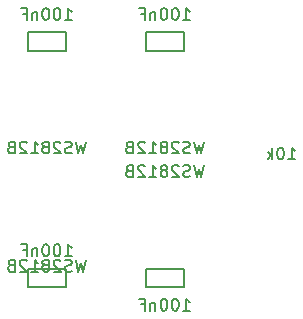
<source format=gbr>
G04 #@! TF.FileFunction,Other,Fab,Bot*
%FSLAX46Y46*%
G04 Gerber Fmt 4.6, Leading zero omitted, Abs format (unit mm)*
G04 Created by KiCad (PCBNEW 4.0.6) date 2017 May 11, Thursday 23:22:10*
%MOMM*%
%LPD*%
G01*
G04 APERTURE LIST*
%ADD10C,1.000000*%
%ADD11C,0.150000*%
G04 APERTURE END LIST*
D10*
D11*
X35467500Y-46132500D02*
X35467500Y-47732500D01*
X38667500Y-46132500D02*
X35467500Y-46132500D01*
X38667500Y-47732500D02*
X38667500Y-46132500D01*
X35467500Y-47732500D02*
X38667500Y-47732500D01*
X45467500Y-46132500D02*
X45467500Y-47732500D01*
X48667500Y-46132500D02*
X45467500Y-46132500D01*
X48667500Y-47732500D02*
X48667500Y-46132500D01*
X45467500Y-47732500D02*
X48667500Y-47732500D01*
X48667500Y-67732500D02*
X48667500Y-66132500D01*
X45467500Y-67732500D02*
X48667500Y-67732500D01*
X45467500Y-66132500D02*
X45467500Y-67732500D01*
X48667500Y-66132500D02*
X45467500Y-66132500D01*
X35467500Y-66132500D02*
X35467500Y-67732500D01*
X38667500Y-66132500D02*
X35467500Y-66132500D01*
X38667500Y-67732500D02*
X38667500Y-66132500D01*
X35467500Y-67732500D02*
X38667500Y-67732500D01*
X40377024Y-55384881D02*
X40138929Y-56384881D01*
X39948452Y-55670595D01*
X39757976Y-56384881D01*
X39519881Y-55384881D01*
X39186548Y-56337262D02*
X39043691Y-56384881D01*
X38805595Y-56384881D01*
X38710357Y-56337262D01*
X38662738Y-56289643D01*
X38615119Y-56194405D01*
X38615119Y-56099167D01*
X38662738Y-56003929D01*
X38710357Y-55956310D01*
X38805595Y-55908690D01*
X38996072Y-55861071D01*
X39091310Y-55813452D01*
X39138929Y-55765833D01*
X39186548Y-55670595D01*
X39186548Y-55575357D01*
X39138929Y-55480119D01*
X39091310Y-55432500D01*
X38996072Y-55384881D01*
X38757976Y-55384881D01*
X38615119Y-55432500D01*
X38234167Y-55480119D02*
X38186548Y-55432500D01*
X38091310Y-55384881D01*
X37853214Y-55384881D01*
X37757976Y-55432500D01*
X37710357Y-55480119D01*
X37662738Y-55575357D01*
X37662738Y-55670595D01*
X37710357Y-55813452D01*
X38281786Y-56384881D01*
X37662738Y-56384881D01*
X37091310Y-55813452D02*
X37186548Y-55765833D01*
X37234167Y-55718214D01*
X37281786Y-55622976D01*
X37281786Y-55575357D01*
X37234167Y-55480119D01*
X37186548Y-55432500D01*
X37091310Y-55384881D01*
X36900833Y-55384881D01*
X36805595Y-55432500D01*
X36757976Y-55480119D01*
X36710357Y-55575357D01*
X36710357Y-55622976D01*
X36757976Y-55718214D01*
X36805595Y-55765833D01*
X36900833Y-55813452D01*
X37091310Y-55813452D01*
X37186548Y-55861071D01*
X37234167Y-55908690D01*
X37281786Y-56003929D01*
X37281786Y-56194405D01*
X37234167Y-56289643D01*
X37186548Y-56337262D01*
X37091310Y-56384881D01*
X36900833Y-56384881D01*
X36805595Y-56337262D01*
X36757976Y-56289643D01*
X36710357Y-56194405D01*
X36710357Y-56003929D01*
X36757976Y-55908690D01*
X36805595Y-55861071D01*
X36900833Y-55813452D01*
X35757976Y-56384881D02*
X36329405Y-56384881D01*
X36043691Y-56384881D02*
X36043691Y-55384881D01*
X36138929Y-55527738D01*
X36234167Y-55622976D01*
X36329405Y-55670595D01*
X35377024Y-55480119D02*
X35329405Y-55432500D01*
X35234167Y-55384881D01*
X34996071Y-55384881D01*
X34900833Y-55432500D01*
X34853214Y-55480119D01*
X34805595Y-55575357D01*
X34805595Y-55670595D01*
X34853214Y-55813452D01*
X35424643Y-56384881D01*
X34805595Y-56384881D01*
X34043690Y-55861071D02*
X33900833Y-55908690D01*
X33853214Y-55956310D01*
X33805595Y-56051548D01*
X33805595Y-56194405D01*
X33853214Y-56289643D01*
X33900833Y-56337262D01*
X33996071Y-56384881D01*
X34377024Y-56384881D01*
X34377024Y-55384881D01*
X34043690Y-55384881D01*
X33948452Y-55432500D01*
X33900833Y-55480119D01*
X33853214Y-55575357D01*
X33853214Y-55670595D01*
X33900833Y-55765833D01*
X33948452Y-55813452D01*
X34043690Y-55861071D01*
X34377024Y-55861071D01*
X38615119Y-45084881D02*
X39186548Y-45084881D01*
X38900834Y-45084881D02*
X38900834Y-44084881D01*
X38996072Y-44227738D01*
X39091310Y-44322976D01*
X39186548Y-44370595D01*
X37996072Y-44084881D02*
X37900833Y-44084881D01*
X37805595Y-44132500D01*
X37757976Y-44180119D01*
X37710357Y-44275357D01*
X37662738Y-44465833D01*
X37662738Y-44703929D01*
X37710357Y-44894405D01*
X37757976Y-44989643D01*
X37805595Y-45037262D01*
X37900833Y-45084881D01*
X37996072Y-45084881D01*
X38091310Y-45037262D01*
X38138929Y-44989643D01*
X38186548Y-44894405D01*
X38234167Y-44703929D01*
X38234167Y-44465833D01*
X38186548Y-44275357D01*
X38138929Y-44180119D01*
X38091310Y-44132500D01*
X37996072Y-44084881D01*
X37043691Y-44084881D02*
X36948452Y-44084881D01*
X36853214Y-44132500D01*
X36805595Y-44180119D01*
X36757976Y-44275357D01*
X36710357Y-44465833D01*
X36710357Y-44703929D01*
X36757976Y-44894405D01*
X36805595Y-44989643D01*
X36853214Y-45037262D01*
X36948452Y-45084881D01*
X37043691Y-45084881D01*
X37138929Y-45037262D01*
X37186548Y-44989643D01*
X37234167Y-44894405D01*
X37281786Y-44703929D01*
X37281786Y-44465833D01*
X37234167Y-44275357D01*
X37186548Y-44180119D01*
X37138929Y-44132500D01*
X37043691Y-44084881D01*
X36281786Y-44418214D02*
X36281786Y-45084881D01*
X36281786Y-44513452D02*
X36234167Y-44465833D01*
X36138929Y-44418214D01*
X35996071Y-44418214D01*
X35900833Y-44465833D01*
X35853214Y-44561071D01*
X35853214Y-45084881D01*
X35043690Y-44561071D02*
X35377024Y-44561071D01*
X35377024Y-45084881D02*
X35377024Y-44084881D01*
X34900833Y-44084881D01*
X48615119Y-45084881D02*
X49186548Y-45084881D01*
X48900834Y-45084881D02*
X48900834Y-44084881D01*
X48996072Y-44227738D01*
X49091310Y-44322976D01*
X49186548Y-44370595D01*
X47996072Y-44084881D02*
X47900833Y-44084881D01*
X47805595Y-44132500D01*
X47757976Y-44180119D01*
X47710357Y-44275357D01*
X47662738Y-44465833D01*
X47662738Y-44703929D01*
X47710357Y-44894405D01*
X47757976Y-44989643D01*
X47805595Y-45037262D01*
X47900833Y-45084881D01*
X47996072Y-45084881D01*
X48091310Y-45037262D01*
X48138929Y-44989643D01*
X48186548Y-44894405D01*
X48234167Y-44703929D01*
X48234167Y-44465833D01*
X48186548Y-44275357D01*
X48138929Y-44180119D01*
X48091310Y-44132500D01*
X47996072Y-44084881D01*
X47043691Y-44084881D02*
X46948452Y-44084881D01*
X46853214Y-44132500D01*
X46805595Y-44180119D01*
X46757976Y-44275357D01*
X46710357Y-44465833D01*
X46710357Y-44703929D01*
X46757976Y-44894405D01*
X46805595Y-44989643D01*
X46853214Y-45037262D01*
X46948452Y-45084881D01*
X47043691Y-45084881D01*
X47138929Y-45037262D01*
X47186548Y-44989643D01*
X47234167Y-44894405D01*
X47281786Y-44703929D01*
X47281786Y-44465833D01*
X47234167Y-44275357D01*
X47186548Y-44180119D01*
X47138929Y-44132500D01*
X47043691Y-44084881D01*
X46281786Y-44418214D02*
X46281786Y-45084881D01*
X46281786Y-44513452D02*
X46234167Y-44465833D01*
X46138929Y-44418214D01*
X45996071Y-44418214D01*
X45900833Y-44465833D01*
X45853214Y-44561071D01*
X45853214Y-45084881D01*
X45043690Y-44561071D02*
X45377024Y-44561071D01*
X45377024Y-45084881D02*
X45377024Y-44084881D01*
X44900833Y-44084881D01*
X50377024Y-55384881D02*
X50138929Y-56384881D01*
X49948452Y-55670595D01*
X49757976Y-56384881D01*
X49519881Y-55384881D01*
X49186548Y-56337262D02*
X49043691Y-56384881D01*
X48805595Y-56384881D01*
X48710357Y-56337262D01*
X48662738Y-56289643D01*
X48615119Y-56194405D01*
X48615119Y-56099167D01*
X48662738Y-56003929D01*
X48710357Y-55956310D01*
X48805595Y-55908690D01*
X48996072Y-55861071D01*
X49091310Y-55813452D01*
X49138929Y-55765833D01*
X49186548Y-55670595D01*
X49186548Y-55575357D01*
X49138929Y-55480119D01*
X49091310Y-55432500D01*
X48996072Y-55384881D01*
X48757976Y-55384881D01*
X48615119Y-55432500D01*
X48234167Y-55480119D02*
X48186548Y-55432500D01*
X48091310Y-55384881D01*
X47853214Y-55384881D01*
X47757976Y-55432500D01*
X47710357Y-55480119D01*
X47662738Y-55575357D01*
X47662738Y-55670595D01*
X47710357Y-55813452D01*
X48281786Y-56384881D01*
X47662738Y-56384881D01*
X47091310Y-55813452D02*
X47186548Y-55765833D01*
X47234167Y-55718214D01*
X47281786Y-55622976D01*
X47281786Y-55575357D01*
X47234167Y-55480119D01*
X47186548Y-55432500D01*
X47091310Y-55384881D01*
X46900833Y-55384881D01*
X46805595Y-55432500D01*
X46757976Y-55480119D01*
X46710357Y-55575357D01*
X46710357Y-55622976D01*
X46757976Y-55718214D01*
X46805595Y-55765833D01*
X46900833Y-55813452D01*
X47091310Y-55813452D01*
X47186548Y-55861071D01*
X47234167Y-55908690D01*
X47281786Y-56003929D01*
X47281786Y-56194405D01*
X47234167Y-56289643D01*
X47186548Y-56337262D01*
X47091310Y-56384881D01*
X46900833Y-56384881D01*
X46805595Y-56337262D01*
X46757976Y-56289643D01*
X46710357Y-56194405D01*
X46710357Y-56003929D01*
X46757976Y-55908690D01*
X46805595Y-55861071D01*
X46900833Y-55813452D01*
X45757976Y-56384881D02*
X46329405Y-56384881D01*
X46043691Y-56384881D02*
X46043691Y-55384881D01*
X46138929Y-55527738D01*
X46234167Y-55622976D01*
X46329405Y-55670595D01*
X45377024Y-55480119D02*
X45329405Y-55432500D01*
X45234167Y-55384881D01*
X44996071Y-55384881D01*
X44900833Y-55432500D01*
X44853214Y-55480119D01*
X44805595Y-55575357D01*
X44805595Y-55670595D01*
X44853214Y-55813452D01*
X45424643Y-56384881D01*
X44805595Y-56384881D01*
X44043690Y-55861071D02*
X43900833Y-55908690D01*
X43853214Y-55956310D01*
X43805595Y-56051548D01*
X43805595Y-56194405D01*
X43853214Y-56289643D01*
X43900833Y-56337262D01*
X43996071Y-56384881D01*
X44377024Y-56384881D01*
X44377024Y-55384881D01*
X44043690Y-55384881D01*
X43948452Y-55432500D01*
X43900833Y-55480119D01*
X43853214Y-55575357D01*
X43853214Y-55670595D01*
X43900833Y-55765833D01*
X43948452Y-55813452D01*
X44043690Y-55861071D01*
X44377024Y-55861071D01*
X40377024Y-65384881D02*
X40138929Y-66384881D01*
X39948452Y-65670595D01*
X39757976Y-66384881D01*
X39519881Y-65384881D01*
X39186548Y-66337262D02*
X39043691Y-66384881D01*
X38805595Y-66384881D01*
X38710357Y-66337262D01*
X38662738Y-66289643D01*
X38615119Y-66194405D01*
X38615119Y-66099167D01*
X38662738Y-66003929D01*
X38710357Y-65956310D01*
X38805595Y-65908690D01*
X38996072Y-65861071D01*
X39091310Y-65813452D01*
X39138929Y-65765833D01*
X39186548Y-65670595D01*
X39186548Y-65575357D01*
X39138929Y-65480119D01*
X39091310Y-65432500D01*
X38996072Y-65384881D01*
X38757976Y-65384881D01*
X38615119Y-65432500D01*
X38234167Y-65480119D02*
X38186548Y-65432500D01*
X38091310Y-65384881D01*
X37853214Y-65384881D01*
X37757976Y-65432500D01*
X37710357Y-65480119D01*
X37662738Y-65575357D01*
X37662738Y-65670595D01*
X37710357Y-65813452D01*
X38281786Y-66384881D01*
X37662738Y-66384881D01*
X37091310Y-65813452D02*
X37186548Y-65765833D01*
X37234167Y-65718214D01*
X37281786Y-65622976D01*
X37281786Y-65575357D01*
X37234167Y-65480119D01*
X37186548Y-65432500D01*
X37091310Y-65384881D01*
X36900833Y-65384881D01*
X36805595Y-65432500D01*
X36757976Y-65480119D01*
X36710357Y-65575357D01*
X36710357Y-65622976D01*
X36757976Y-65718214D01*
X36805595Y-65765833D01*
X36900833Y-65813452D01*
X37091310Y-65813452D01*
X37186548Y-65861071D01*
X37234167Y-65908690D01*
X37281786Y-66003929D01*
X37281786Y-66194405D01*
X37234167Y-66289643D01*
X37186548Y-66337262D01*
X37091310Y-66384881D01*
X36900833Y-66384881D01*
X36805595Y-66337262D01*
X36757976Y-66289643D01*
X36710357Y-66194405D01*
X36710357Y-66003929D01*
X36757976Y-65908690D01*
X36805595Y-65861071D01*
X36900833Y-65813452D01*
X35757976Y-66384881D02*
X36329405Y-66384881D01*
X36043691Y-66384881D02*
X36043691Y-65384881D01*
X36138929Y-65527738D01*
X36234167Y-65622976D01*
X36329405Y-65670595D01*
X35377024Y-65480119D02*
X35329405Y-65432500D01*
X35234167Y-65384881D01*
X34996071Y-65384881D01*
X34900833Y-65432500D01*
X34853214Y-65480119D01*
X34805595Y-65575357D01*
X34805595Y-65670595D01*
X34853214Y-65813452D01*
X35424643Y-66384881D01*
X34805595Y-66384881D01*
X34043690Y-65861071D02*
X33900833Y-65908690D01*
X33853214Y-65956310D01*
X33805595Y-66051548D01*
X33805595Y-66194405D01*
X33853214Y-66289643D01*
X33900833Y-66337262D01*
X33996071Y-66384881D01*
X34377024Y-66384881D01*
X34377024Y-65384881D01*
X34043690Y-65384881D01*
X33948452Y-65432500D01*
X33900833Y-65480119D01*
X33853214Y-65575357D01*
X33853214Y-65670595D01*
X33900833Y-65765833D01*
X33948452Y-65813452D01*
X34043690Y-65861071D01*
X34377024Y-65861071D01*
X48615119Y-69684881D02*
X49186548Y-69684881D01*
X48900834Y-69684881D02*
X48900834Y-68684881D01*
X48996072Y-68827738D01*
X49091310Y-68922976D01*
X49186548Y-68970595D01*
X47996072Y-68684881D02*
X47900833Y-68684881D01*
X47805595Y-68732500D01*
X47757976Y-68780119D01*
X47710357Y-68875357D01*
X47662738Y-69065833D01*
X47662738Y-69303929D01*
X47710357Y-69494405D01*
X47757976Y-69589643D01*
X47805595Y-69637262D01*
X47900833Y-69684881D01*
X47996072Y-69684881D01*
X48091310Y-69637262D01*
X48138929Y-69589643D01*
X48186548Y-69494405D01*
X48234167Y-69303929D01*
X48234167Y-69065833D01*
X48186548Y-68875357D01*
X48138929Y-68780119D01*
X48091310Y-68732500D01*
X47996072Y-68684881D01*
X47043691Y-68684881D02*
X46948452Y-68684881D01*
X46853214Y-68732500D01*
X46805595Y-68780119D01*
X46757976Y-68875357D01*
X46710357Y-69065833D01*
X46710357Y-69303929D01*
X46757976Y-69494405D01*
X46805595Y-69589643D01*
X46853214Y-69637262D01*
X46948452Y-69684881D01*
X47043691Y-69684881D01*
X47138929Y-69637262D01*
X47186548Y-69589643D01*
X47234167Y-69494405D01*
X47281786Y-69303929D01*
X47281786Y-69065833D01*
X47234167Y-68875357D01*
X47186548Y-68780119D01*
X47138929Y-68732500D01*
X47043691Y-68684881D01*
X46281786Y-69018214D02*
X46281786Y-69684881D01*
X46281786Y-69113452D02*
X46234167Y-69065833D01*
X46138929Y-69018214D01*
X45996071Y-69018214D01*
X45900833Y-69065833D01*
X45853214Y-69161071D01*
X45853214Y-69684881D01*
X45043690Y-69161071D02*
X45377024Y-69161071D01*
X45377024Y-69684881D02*
X45377024Y-68684881D01*
X44900833Y-68684881D01*
X50377024Y-57384881D02*
X50138929Y-58384881D01*
X49948452Y-57670595D01*
X49757976Y-58384881D01*
X49519881Y-57384881D01*
X49186548Y-58337262D02*
X49043691Y-58384881D01*
X48805595Y-58384881D01*
X48710357Y-58337262D01*
X48662738Y-58289643D01*
X48615119Y-58194405D01*
X48615119Y-58099167D01*
X48662738Y-58003929D01*
X48710357Y-57956310D01*
X48805595Y-57908690D01*
X48996072Y-57861071D01*
X49091310Y-57813452D01*
X49138929Y-57765833D01*
X49186548Y-57670595D01*
X49186548Y-57575357D01*
X49138929Y-57480119D01*
X49091310Y-57432500D01*
X48996072Y-57384881D01*
X48757976Y-57384881D01*
X48615119Y-57432500D01*
X48234167Y-57480119D02*
X48186548Y-57432500D01*
X48091310Y-57384881D01*
X47853214Y-57384881D01*
X47757976Y-57432500D01*
X47710357Y-57480119D01*
X47662738Y-57575357D01*
X47662738Y-57670595D01*
X47710357Y-57813452D01*
X48281786Y-58384881D01*
X47662738Y-58384881D01*
X47091310Y-57813452D02*
X47186548Y-57765833D01*
X47234167Y-57718214D01*
X47281786Y-57622976D01*
X47281786Y-57575357D01*
X47234167Y-57480119D01*
X47186548Y-57432500D01*
X47091310Y-57384881D01*
X46900833Y-57384881D01*
X46805595Y-57432500D01*
X46757976Y-57480119D01*
X46710357Y-57575357D01*
X46710357Y-57622976D01*
X46757976Y-57718214D01*
X46805595Y-57765833D01*
X46900833Y-57813452D01*
X47091310Y-57813452D01*
X47186548Y-57861071D01*
X47234167Y-57908690D01*
X47281786Y-58003929D01*
X47281786Y-58194405D01*
X47234167Y-58289643D01*
X47186548Y-58337262D01*
X47091310Y-58384881D01*
X46900833Y-58384881D01*
X46805595Y-58337262D01*
X46757976Y-58289643D01*
X46710357Y-58194405D01*
X46710357Y-58003929D01*
X46757976Y-57908690D01*
X46805595Y-57861071D01*
X46900833Y-57813452D01*
X45757976Y-58384881D02*
X46329405Y-58384881D01*
X46043691Y-58384881D02*
X46043691Y-57384881D01*
X46138929Y-57527738D01*
X46234167Y-57622976D01*
X46329405Y-57670595D01*
X45377024Y-57480119D02*
X45329405Y-57432500D01*
X45234167Y-57384881D01*
X44996071Y-57384881D01*
X44900833Y-57432500D01*
X44853214Y-57480119D01*
X44805595Y-57575357D01*
X44805595Y-57670595D01*
X44853214Y-57813452D01*
X45424643Y-58384881D01*
X44805595Y-58384881D01*
X44043690Y-57861071D02*
X43900833Y-57908690D01*
X43853214Y-57956310D01*
X43805595Y-58051548D01*
X43805595Y-58194405D01*
X43853214Y-58289643D01*
X43900833Y-58337262D01*
X43996071Y-58384881D01*
X44377024Y-58384881D01*
X44377024Y-57384881D01*
X44043690Y-57384881D01*
X43948452Y-57432500D01*
X43900833Y-57480119D01*
X43853214Y-57575357D01*
X43853214Y-57670595D01*
X43900833Y-57765833D01*
X43948452Y-57813452D01*
X44043690Y-57861071D01*
X44377024Y-57861071D01*
X38615119Y-65084881D02*
X39186548Y-65084881D01*
X38900834Y-65084881D02*
X38900834Y-64084881D01*
X38996072Y-64227738D01*
X39091310Y-64322976D01*
X39186548Y-64370595D01*
X37996072Y-64084881D02*
X37900833Y-64084881D01*
X37805595Y-64132500D01*
X37757976Y-64180119D01*
X37710357Y-64275357D01*
X37662738Y-64465833D01*
X37662738Y-64703929D01*
X37710357Y-64894405D01*
X37757976Y-64989643D01*
X37805595Y-65037262D01*
X37900833Y-65084881D01*
X37996072Y-65084881D01*
X38091310Y-65037262D01*
X38138929Y-64989643D01*
X38186548Y-64894405D01*
X38234167Y-64703929D01*
X38234167Y-64465833D01*
X38186548Y-64275357D01*
X38138929Y-64180119D01*
X38091310Y-64132500D01*
X37996072Y-64084881D01*
X37043691Y-64084881D02*
X36948452Y-64084881D01*
X36853214Y-64132500D01*
X36805595Y-64180119D01*
X36757976Y-64275357D01*
X36710357Y-64465833D01*
X36710357Y-64703929D01*
X36757976Y-64894405D01*
X36805595Y-64989643D01*
X36853214Y-65037262D01*
X36948452Y-65084881D01*
X37043691Y-65084881D01*
X37138929Y-65037262D01*
X37186548Y-64989643D01*
X37234167Y-64894405D01*
X37281786Y-64703929D01*
X37281786Y-64465833D01*
X37234167Y-64275357D01*
X37186548Y-64180119D01*
X37138929Y-64132500D01*
X37043691Y-64084881D01*
X36281786Y-64418214D02*
X36281786Y-65084881D01*
X36281786Y-64513452D02*
X36234167Y-64465833D01*
X36138929Y-64418214D01*
X35996071Y-64418214D01*
X35900833Y-64465833D01*
X35853214Y-64561071D01*
X35853214Y-65084881D01*
X35043690Y-64561071D02*
X35377024Y-64561071D01*
X35377024Y-65084881D02*
X35377024Y-64084881D01*
X34900833Y-64084881D01*
X57535238Y-56892381D02*
X58106667Y-56892381D01*
X57820953Y-56892381D02*
X57820953Y-55892381D01*
X57916191Y-56035238D01*
X58011429Y-56130476D01*
X58106667Y-56178095D01*
X56916191Y-55892381D02*
X56820952Y-55892381D01*
X56725714Y-55940000D01*
X56678095Y-55987619D01*
X56630476Y-56082857D01*
X56582857Y-56273333D01*
X56582857Y-56511429D01*
X56630476Y-56701905D01*
X56678095Y-56797143D01*
X56725714Y-56844762D01*
X56820952Y-56892381D01*
X56916191Y-56892381D01*
X57011429Y-56844762D01*
X57059048Y-56797143D01*
X57106667Y-56701905D01*
X57154286Y-56511429D01*
X57154286Y-56273333D01*
X57106667Y-56082857D01*
X57059048Y-55987619D01*
X57011429Y-55940000D01*
X56916191Y-55892381D01*
X56154286Y-56892381D02*
X56154286Y-55892381D01*
X56059048Y-56511429D02*
X55773333Y-56892381D01*
X55773333Y-56225714D02*
X56154286Y-56606667D01*
M02*

</source>
